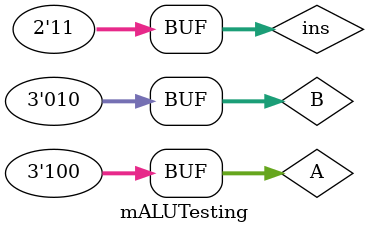
<source format=v>
`timescale 1ns / 1ps


module mALUTesting;

	// Inputs
	reg [1:0] ins;
	reg [2:0] A;
	reg [2:0] B;

	// Outputs
	wire [2:0] S;
	wire OV;
	wire Cout;

	// Instantiate the Unit Under Test (UUT)
	mALUStructure uut (
		.ins(ins), 
		.A(A), 
		.B(B), 
		.S(S), 
		.OV(OV), 
		.Cout(Cout)
	);

	initial begin
		// Initialize Inputs
		ins = 0;
		A = 0;
		B = 0;

		// Wait 100 ns for global reset to finish
		#100;
        
		// Add stimulus here
		ins[0]=0;
		ins[1]=0;
		A[0]=0;
		A[1]=1;
		A[2]=0;
		B[0]=1;
		B[1]=0;
		B[2]=0;
		
		#200;
		
		ins[0]=0;
		ins[1]=1;
		A[0]=0;
		A[1]=1;
		A[2]=1;
		B[0]=0;
		B[1]=1;
		B[2]=0;
		
		#300;
		
		ins[0]=1;
		ins[1]=0;
		A[0]=0;
		A[1]=0;
		A[2]=1;
		B[0]=0;
		B[1]=1;
		B[2]=0;
		
		#400;
		
		ins[0]=1;
		ins[1]=1;
		A[0]=0;
		A[1]=0;
		A[2]=1;
		B[0]=0;
		B[1]=1;
		B[2]=0;
	end
endmodule


</source>
